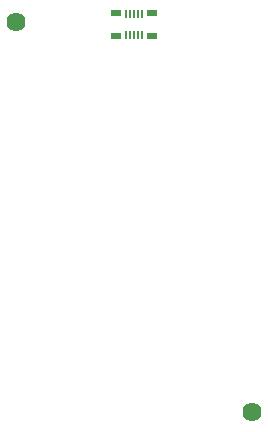
<source format=gbs>
G04*
G04 #@! TF.GenerationSoftware,Altium Limited,Altium Designer,19.0.11 (319)*
G04*
G04 Layer_Color=16711935*
%FSLAX44Y44*%
%MOMM*%
G71*
G01*
G75*
%ADD43C,1.6240*%
%ADD59R,0.2800X0.7900*%
%ADD60R,0.8300X0.5900*%
D43*
X20000Y350000D02*
D03*
X220000Y20000D02*
D03*
D59*
X127000Y356750D02*
D03*
X123500D02*
D03*
X120000D02*
D03*
X116500D02*
D03*
X113000D02*
D03*
X127000Y339250D02*
D03*
X120000D02*
D03*
X116500D02*
D03*
X113000D02*
D03*
X123500D02*
D03*
D60*
X135000Y338250D02*
D03*
Y357750D02*
D03*
X105000Y338250D02*
D03*
Y357750D02*
D03*
M02*

</source>
